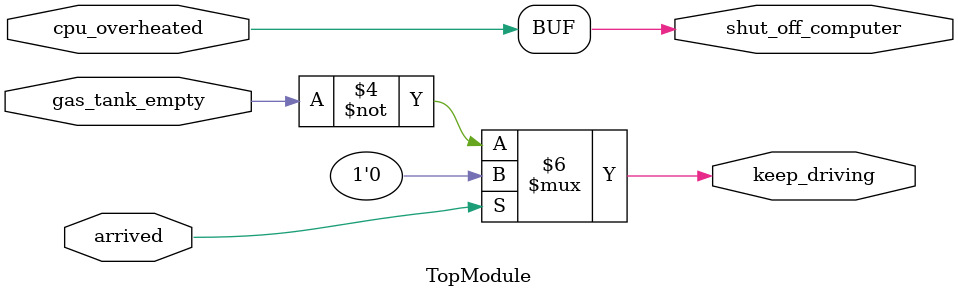
<source format=sv>

module TopModule (
  input cpu_overheated,
  output reg shut_off_computer,
  input arrived,
  input gas_tank_empty,
  output reg keep_driving
);

  always @(cpu_overheated) begin
    shut_off_computer = cpu_overheated;
  end

  always @(arrived, gas_tank_empty) begin
    if (~arrived) begin
      keep_driving = ~gas_tank_empty;
    end else begin
      keep_driving = 0;
    end
  end

endmodule

// VERILOG-EVAL: errant inclusion of module definition

</source>
